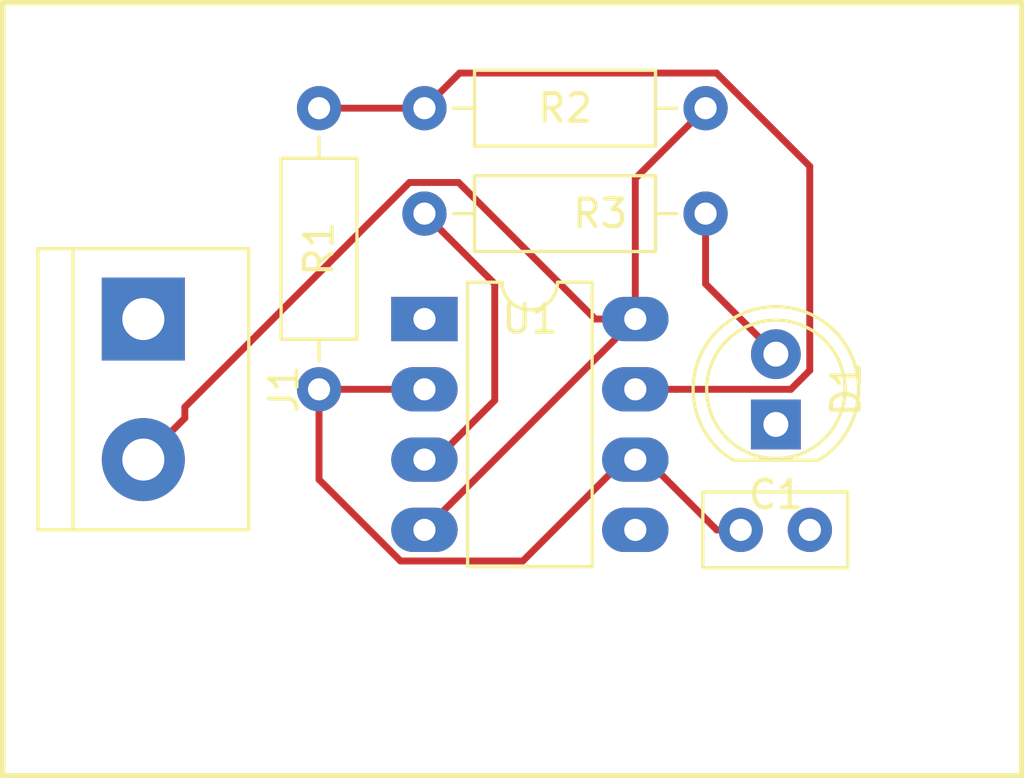
<source format=kicad_pcb>
(kicad_pcb (version 20171130) (host pcbnew 5.0.2-bee76a0~70~ubuntu18.04.1)

  (general
    (thickness 1.6)
    (drawings 4)
    (tracks 34)
    (zones 0)
    (modules 11)
    (nets 8)
  )

  (page A4)
  (layers
    (0 F.Cu signal)
    (31 B.Cu signal)
    (32 B.Adhes user)
    (33 F.Adhes user)
    (34 B.Paste user)
    (35 F.Paste user)
    (36 B.SilkS user)
    (37 F.SilkS user)
    (38 B.Mask user)
    (39 F.Mask user)
    (40 Dwgs.User user)
    (41 Cmts.User user)
    (42 Eco1.User user)
    (43 Eco2.User user)
    (44 Edge.Cuts user)
    (45 Margin user)
    (46 B.CrtYd user)
    (47 F.CrtYd user)
    (48 B.Fab user)
    (49 F.Fab user hide)
  )

  (setup
    (last_trace_width 0.25)
    (user_trace_width 0.5)
    (user_trace_width 1)
    (user_trace_width 2)
    (trace_clearance 0.2)
    (zone_clearance 0.508)
    (zone_45_only no)
    (trace_min 0.2)
    (segment_width 0.2)
    (edge_width 0.15)
    (via_size 0.8)
    (via_drill 0.4)
    (via_min_size 0.4)
    (via_min_drill 0.3)
    (uvia_size 0.3)
    (uvia_drill 0.1)
    (uvias_allowed no)
    (uvia_min_size 0.2)
    (uvia_min_drill 0.1)
    (pcb_text_width 0.3)
    (pcb_text_size 1.5 1.5)
    (mod_edge_width 0.15)
    (mod_text_size 1 1)
    (mod_text_width 0.15)
    (pad_size 1.524 1.524)
    (pad_drill 0.762)
    (pad_to_mask_clearance 0.051)
    (solder_mask_min_width 0.25)
    (aux_axis_origin 0 0)
    (visible_elements FFFFFF7F)
    (pcbplotparams
      (layerselection 0x010fc_ffffffff)
      (usegerberextensions false)
      (usegerberattributes false)
      (usegerberadvancedattributes false)
      (creategerberjobfile false)
      (excludeedgelayer true)
      (linewidth 0.100000)
      (plotframeref false)
      (viasonmask false)
      (mode 1)
      (useauxorigin false)
      (hpglpennumber 1)
      (hpglpenspeed 20)
      (hpglpendiameter 15.000000)
      (psnegative false)
      (psa4output false)
      (plotreference true)
      (plotvalue true)
      (plotinvisibletext false)
      (padsonsilk false)
      (subtractmaskfromsilk false)
      (outputformat 1)
      (mirror false)
      (drillshape 1)
      (scaleselection 1)
      (outputdirectory ""))
  )

  (net 0 "")
  (net 1 "Net-(C1-Pad1)")
  (net 2 GND)
  (net 3 "Net-(D1-Pad2)")
  (net 4 +9V)
  (net 5 1)
  (net 6 "Net-(R3-Pad2)")
  (net 7 "Net-(U1-Pad5)")

  (net_class Default "This is the default net class."
    (clearance 0.2)
    (trace_width 0.25)
    (via_dia 0.8)
    (via_drill 0.4)
    (uvia_dia 0.3)
    (uvia_drill 0.1)
    (add_net +9V)
    (add_net 1)
    (add_net GND)
    (add_net "Net-(C1-Pad1)")
    (add_net "Net-(D1-Pad2)")
    (add_net "Net-(R3-Pad2)")
    (add_net "Net-(U1-Pad5)")
  )

  (module Capacitor_THT:C_Disc_D5.0mm_W2.5mm_P2.50mm (layer F.Cu) (tedit 5AE50EF0) (tstamp 5FC78F3B)
    (at 152.4 90.17)
    (descr "C, Disc series, Radial, pin pitch=2.50mm, , diameter*width=5*2.5mm^2, Capacitor, http://cdn-reichelt.de/documents/datenblatt/B300/DS_KERKO_TC.pdf")
    (tags "C Disc series Radial pin pitch 2.50mm  diameter 5mm width 2.5mm Capacitor")
    (path /5FC64B4E)
    (fp_text reference C1 (at 1.27 -1.27) (layer F.SilkS)
      (effects (font (size 1 1) (thickness 0.15)))
    )
    (fp_text value 1uF (at 1.25 2.5) (layer F.Fab)
      (effects (font (size 1 1) (thickness 0.15)))
    )
    (fp_line (start -1.25 -1.25) (end -1.25 1.25) (layer F.Fab) (width 0.1))
    (fp_line (start -1.25 1.25) (end 3.75 1.25) (layer F.Fab) (width 0.1))
    (fp_line (start 3.75 1.25) (end 3.75 -1.25) (layer F.Fab) (width 0.1))
    (fp_line (start 3.75 -1.25) (end -1.25 -1.25) (layer F.Fab) (width 0.1))
    (fp_line (start -1.37 -1.37) (end 3.87 -1.37) (layer F.SilkS) (width 0.12))
    (fp_line (start -1.37 1.37) (end 3.87 1.37) (layer F.SilkS) (width 0.12))
    (fp_line (start -1.37 -1.37) (end -1.37 1.37) (layer F.SilkS) (width 0.12))
    (fp_line (start 3.87 -1.37) (end 3.87 1.37) (layer F.SilkS) (width 0.12))
    (fp_line (start -1.5 -1.5) (end -1.5 1.5) (layer F.CrtYd) (width 0.05))
    (fp_line (start -1.5 1.5) (end 4 1.5) (layer F.CrtYd) (width 0.05))
    (fp_line (start 4 1.5) (end 4 -1.5) (layer F.CrtYd) (width 0.05))
    (fp_line (start 4 -1.5) (end -1.5 -1.5) (layer F.CrtYd) (width 0.05))
    (fp_text user %R (at 1.25 0) (layer F.Fab)
      (effects (font (size 1 1) (thickness 0.15)))
    )
    (pad 1 thru_hole circle (at 0 0) (size 1.6 1.6) (drill 0.8) (layers *.Cu *.Mask)
      (net 1 "Net-(C1-Pad1)"))
    (pad 2 thru_hole circle (at 2.5 0) (size 1.6 1.6) (drill 0.8) (layers *.Cu *.Mask)
      (net 2 GND))
    (model ${KISYS3DMOD}/Capacitor_THT.3dshapes/C_Disc_D5.0mm_W2.5mm_P2.50mm.wrl
      (at (xyz 0 0 0))
      (scale (xyz 1 1 1))
      (rotate (xyz 0 0 0))
    )
  )

  (module LED_THT:LED_D5.0mm (layer F.Cu) (tedit 5995936A) (tstamp 5FC78F4D)
    (at 153.67 86.36 90)
    (descr "LED, diameter 5.0mm, 2 pins, http://cdn-reichelt.de/documents/datenblatt/A500/LL-504BC2E-009.pdf")
    (tags "LED diameter 5.0mm 2 pins")
    (path /5FC64A75)
    (fp_text reference D1 (at 1.27 2.54 90) (layer F.SilkS)
      (effects (font (size 1 1) (thickness 0.15)))
    )
    (fp_text value LED (at 1.27 3.96 90) (layer F.Fab)
      (effects (font (size 1 1) (thickness 0.15)))
    )
    (fp_arc (start 1.27 0) (end -1.23 -1.469694) (angle 299.1) (layer F.Fab) (width 0.1))
    (fp_arc (start 1.27 0) (end -1.29 -1.54483) (angle 148.9) (layer F.SilkS) (width 0.12))
    (fp_arc (start 1.27 0) (end -1.29 1.54483) (angle -148.9) (layer F.SilkS) (width 0.12))
    (fp_circle (center 1.27 0) (end 3.77 0) (layer F.Fab) (width 0.1))
    (fp_circle (center 1.27 0) (end 3.77 0) (layer F.SilkS) (width 0.12))
    (fp_line (start -1.23 -1.469694) (end -1.23 1.469694) (layer F.Fab) (width 0.1))
    (fp_line (start -1.29 -1.545) (end -1.29 1.545) (layer F.SilkS) (width 0.12))
    (fp_line (start -1.95 -3.25) (end -1.95 3.25) (layer F.CrtYd) (width 0.05))
    (fp_line (start -1.95 3.25) (end 4.5 3.25) (layer F.CrtYd) (width 0.05))
    (fp_line (start 4.5 3.25) (end 4.5 -3.25) (layer F.CrtYd) (width 0.05))
    (fp_line (start 4.5 -3.25) (end -1.95 -3.25) (layer F.CrtYd) (width 0.05))
    (fp_text user %R (at 1.25 0 90) (layer F.Fab)
      (effects (font (size 0.8 0.8) (thickness 0.2)))
    )
    (pad 1 thru_hole rect (at 0 0 90) (size 1.8 1.8) (drill 0.9) (layers *.Cu *.Mask)
      (net 2 GND))
    (pad 2 thru_hole circle (at 2.54 0 90) (size 1.8 1.8) (drill 0.9) (layers *.Cu *.Mask)
      (net 3 "Net-(D1-Pad2)"))
    (model ${KISYS3DMOD}/LED_THT.3dshapes/LED_D5.0mm.wrl
      (at (xyz 0 0 0))
      (scale (xyz 1 1 1))
      (rotate (xyz 0 0 0))
    )
  )

  (module TerminalBlock:TerminalBlock_bornier-2_P5.08mm (layer F.Cu) (tedit 59FF03AB) (tstamp 5FC78F62)
    (at 130.81 82.55 270)
    (descr "simple 2-pin terminal block, pitch 5.08mm, revamped version of bornier2")
    (tags "terminal block bornier2")
    (path /5FC65C32)
    (fp_text reference J1 (at 2.54 -5.08 270) (layer F.SilkS)
      (effects (font (size 1 1) (thickness 0.15)))
    )
    (fp_text value Screw_Terminal_01x02 (at 2.54 5.08 270) (layer F.Fab)
      (effects (font (size 1 1) (thickness 0.15)))
    )
    (fp_text user %R (at 2.54 0 270) (layer F.Fab)
      (effects (font (size 1 1) (thickness 0.15)))
    )
    (fp_line (start -2.41 2.55) (end 7.49 2.55) (layer F.Fab) (width 0.1))
    (fp_line (start -2.46 -3.75) (end -2.46 3.75) (layer F.Fab) (width 0.1))
    (fp_line (start -2.46 3.75) (end 7.54 3.75) (layer F.Fab) (width 0.1))
    (fp_line (start 7.54 3.75) (end 7.54 -3.75) (layer F.Fab) (width 0.1))
    (fp_line (start 7.54 -3.75) (end -2.46 -3.75) (layer F.Fab) (width 0.1))
    (fp_line (start 7.62 2.54) (end -2.54 2.54) (layer F.SilkS) (width 0.12))
    (fp_line (start 7.62 3.81) (end 7.62 -3.81) (layer F.SilkS) (width 0.12))
    (fp_line (start 7.62 -3.81) (end -2.54 -3.81) (layer F.SilkS) (width 0.12))
    (fp_line (start -2.54 -3.81) (end -2.54 3.81) (layer F.SilkS) (width 0.12))
    (fp_line (start -2.54 3.81) (end 7.62 3.81) (layer F.SilkS) (width 0.12))
    (fp_line (start -2.71 -4) (end 7.79 -4) (layer F.CrtYd) (width 0.05))
    (fp_line (start -2.71 -4) (end -2.71 4) (layer F.CrtYd) (width 0.05))
    (fp_line (start 7.79 4) (end 7.79 -4) (layer F.CrtYd) (width 0.05))
    (fp_line (start 7.79 4) (end -2.71 4) (layer F.CrtYd) (width 0.05))
    (pad 1 thru_hole rect (at 0 0 270) (size 3 3) (drill 1.52) (layers *.Cu *.Mask)
      (net 2 GND))
    (pad 2 thru_hole circle (at 5.08 0 270) (size 3 3) (drill 1.52) (layers *.Cu *.Mask)
      (net 4 +9V))
    (model ${KISYS3DMOD}/TerminalBlock.3dshapes/TerminalBlock_bornier-2_P5.08mm.wrl
      (offset (xyz 2.539999961853027 0 0))
      (scale (xyz 1 1 1))
      (rotate (xyz 0 0 0))
    )
  )

  (module Resistor_THT:R_Axial_DIN0207_L6.3mm_D2.5mm_P10.16mm_Horizontal (layer F.Cu) (tedit 5AE5139B) (tstamp 5FC78F79)
    (at 137.16 74.93 270)
    (descr "Resistor, Axial_DIN0207 series, Axial, Horizontal, pin pitch=10.16mm, 0.25W = 1/4W, length*diameter=6.3*2.5mm^2, http://cdn-reichelt.de/documents/datenblatt/B400/1_4W%23YAG.pdf")
    (tags "Resistor Axial_DIN0207 series Axial Horizontal pin pitch 10.16mm 0.25W = 1/4W length 6.3mm diameter 2.5mm")
    (path /5FC649ED)
    (fp_text reference R1 (at 5.08 0 270) (layer F.SilkS)
      (effects (font (size 1 1) (thickness 0.15)))
    )
    (fp_text value 470k (at 5.08 2.37 270) (layer F.Fab)
      (effects (font (size 1 1) (thickness 0.15)))
    )
    (fp_text user %R (at 5.08 0 270) (layer F.Fab)
      (effects (font (size 1 1) (thickness 0.15)))
    )
    (fp_line (start 11.21 -1.5) (end -1.05 -1.5) (layer F.CrtYd) (width 0.05))
    (fp_line (start 11.21 1.5) (end 11.21 -1.5) (layer F.CrtYd) (width 0.05))
    (fp_line (start -1.05 1.5) (end 11.21 1.5) (layer F.CrtYd) (width 0.05))
    (fp_line (start -1.05 -1.5) (end -1.05 1.5) (layer F.CrtYd) (width 0.05))
    (fp_line (start 9.12 0) (end 8.35 0) (layer F.SilkS) (width 0.12))
    (fp_line (start 1.04 0) (end 1.81 0) (layer F.SilkS) (width 0.12))
    (fp_line (start 8.35 -1.37) (end 1.81 -1.37) (layer F.SilkS) (width 0.12))
    (fp_line (start 8.35 1.37) (end 8.35 -1.37) (layer F.SilkS) (width 0.12))
    (fp_line (start 1.81 1.37) (end 8.35 1.37) (layer F.SilkS) (width 0.12))
    (fp_line (start 1.81 -1.37) (end 1.81 1.37) (layer F.SilkS) (width 0.12))
    (fp_line (start 10.16 0) (end 8.23 0) (layer F.Fab) (width 0.1))
    (fp_line (start 0 0) (end 1.93 0) (layer F.Fab) (width 0.1))
    (fp_line (start 8.23 -1.25) (end 1.93 -1.25) (layer F.Fab) (width 0.1))
    (fp_line (start 8.23 1.25) (end 8.23 -1.25) (layer F.Fab) (width 0.1))
    (fp_line (start 1.93 1.25) (end 8.23 1.25) (layer F.Fab) (width 0.1))
    (fp_line (start 1.93 -1.25) (end 1.93 1.25) (layer F.Fab) (width 0.1))
    (pad 2 thru_hole oval (at 10.16 0 270) (size 1.6 1.6) (drill 0.8) (layers *.Cu *.Mask)
      (net 1 "Net-(C1-Pad1)"))
    (pad 1 thru_hole circle (at 0 0 270) (size 1.6 1.6) (drill 0.8) (layers *.Cu *.Mask)
      (net 5 1))
    (model ${KISYS3DMOD}/Resistor_THT.3dshapes/R_Axial_DIN0207_L6.3mm_D2.5mm_P10.16mm_Horizontal.wrl
      (at (xyz 0 0 0))
      (scale (xyz 1 1 1))
      (rotate (xyz 0 0 0))
    )
  )

  (module Resistor_THT:R_Axial_DIN0207_L6.3mm_D2.5mm_P10.16mm_Horizontal (layer F.Cu) (tedit 5AE5139B) (tstamp 5FC78F90)
    (at 151.13 74.93 180)
    (descr "Resistor, Axial_DIN0207 series, Axial, Horizontal, pin pitch=10.16mm, 0.25W = 1/4W, length*diameter=6.3*2.5mm^2, http://cdn-reichelt.de/documents/datenblatt/B400/1_4W%23YAG.pdf")
    (tags "Resistor Axial_DIN0207 series Axial Horizontal pin pitch 10.16mm 0.25W = 1/4W length 6.3mm diameter 2.5mm")
    (path /5FC6467B)
    (fp_text reference R2 (at 5.08 0) (layer F.SilkS)
      (effects (font (size 1 1) (thickness 0.15)))
    )
    (fp_text value 1k (at 5.08 2.37 180) (layer F.Fab)
      (effects (font (size 1 1) (thickness 0.15)))
    )
    (fp_line (start 1.93 -1.25) (end 1.93 1.25) (layer F.Fab) (width 0.1))
    (fp_line (start 1.93 1.25) (end 8.23 1.25) (layer F.Fab) (width 0.1))
    (fp_line (start 8.23 1.25) (end 8.23 -1.25) (layer F.Fab) (width 0.1))
    (fp_line (start 8.23 -1.25) (end 1.93 -1.25) (layer F.Fab) (width 0.1))
    (fp_line (start 0 0) (end 1.93 0) (layer F.Fab) (width 0.1))
    (fp_line (start 10.16 0) (end 8.23 0) (layer F.Fab) (width 0.1))
    (fp_line (start 1.81 -1.37) (end 1.81 1.37) (layer F.SilkS) (width 0.12))
    (fp_line (start 1.81 1.37) (end 8.35 1.37) (layer F.SilkS) (width 0.12))
    (fp_line (start 8.35 1.37) (end 8.35 -1.37) (layer F.SilkS) (width 0.12))
    (fp_line (start 8.35 -1.37) (end 1.81 -1.37) (layer F.SilkS) (width 0.12))
    (fp_line (start 1.04 0) (end 1.81 0) (layer F.SilkS) (width 0.12))
    (fp_line (start 9.12 0) (end 8.35 0) (layer F.SilkS) (width 0.12))
    (fp_line (start -1.05 -1.5) (end -1.05 1.5) (layer F.CrtYd) (width 0.05))
    (fp_line (start -1.05 1.5) (end 11.21 1.5) (layer F.CrtYd) (width 0.05))
    (fp_line (start 11.21 1.5) (end 11.21 -1.5) (layer F.CrtYd) (width 0.05))
    (fp_line (start 11.21 -1.5) (end -1.05 -1.5) (layer F.CrtYd) (width 0.05))
    (fp_text user %R (at 5.08 0 180) (layer F.Fab)
      (effects (font (size 1 1) (thickness 0.15)))
    )
    (pad 1 thru_hole circle (at 0 0 180) (size 1.6 1.6) (drill 0.8) (layers *.Cu *.Mask)
      (net 4 +9V))
    (pad 2 thru_hole oval (at 10.16 0 180) (size 1.6 1.6) (drill 0.8) (layers *.Cu *.Mask)
      (net 5 1))
    (model ${KISYS3DMOD}/Resistor_THT.3dshapes/R_Axial_DIN0207_L6.3mm_D2.5mm_P10.16mm_Horizontal.wrl
      (at (xyz 0 0 0))
      (scale (xyz 1 1 1))
      (rotate (xyz 0 0 0))
    )
  )

  (module Resistor_THT:R_Axial_DIN0207_L6.3mm_D2.5mm_P10.16mm_Horizontal (layer F.Cu) (tedit 5AE5139B) (tstamp 5FC78FA7)
    (at 151.13 78.74 180)
    (descr "Resistor, Axial_DIN0207 series, Axial, Horizontal, pin pitch=10.16mm, 0.25W = 1/4W, length*diameter=6.3*2.5mm^2, http://cdn-reichelt.de/documents/datenblatt/B400/1_4W%23YAG.pdf")
    (tags "Resistor Axial_DIN0207 series Axial Horizontal pin pitch 10.16mm 0.25W = 1/4W length 6.3mm diameter 2.5mm")
    (path /5FC64A13)
    (fp_text reference R3 (at 3.81 0 180) (layer F.SilkS)
      (effects (font (size 1 1) (thickness 0.15)))
    )
    (fp_text value 1k (at 5.08 2.37 180) (layer F.Fab)
      (effects (font (size 1 1) (thickness 0.15)))
    )
    (fp_line (start 1.93 -1.25) (end 1.93 1.25) (layer F.Fab) (width 0.1))
    (fp_line (start 1.93 1.25) (end 8.23 1.25) (layer F.Fab) (width 0.1))
    (fp_line (start 8.23 1.25) (end 8.23 -1.25) (layer F.Fab) (width 0.1))
    (fp_line (start 8.23 -1.25) (end 1.93 -1.25) (layer F.Fab) (width 0.1))
    (fp_line (start 0 0) (end 1.93 0) (layer F.Fab) (width 0.1))
    (fp_line (start 10.16 0) (end 8.23 0) (layer F.Fab) (width 0.1))
    (fp_line (start 1.81 -1.37) (end 1.81 1.37) (layer F.SilkS) (width 0.12))
    (fp_line (start 1.81 1.37) (end 8.35 1.37) (layer F.SilkS) (width 0.12))
    (fp_line (start 8.35 1.37) (end 8.35 -1.37) (layer F.SilkS) (width 0.12))
    (fp_line (start 8.35 -1.37) (end 1.81 -1.37) (layer F.SilkS) (width 0.12))
    (fp_line (start 1.04 0) (end 1.81 0) (layer F.SilkS) (width 0.12))
    (fp_line (start 9.12 0) (end 8.35 0) (layer F.SilkS) (width 0.12))
    (fp_line (start -1.05 -1.5) (end -1.05 1.5) (layer F.CrtYd) (width 0.05))
    (fp_line (start -1.05 1.5) (end 11.21 1.5) (layer F.CrtYd) (width 0.05))
    (fp_line (start 11.21 1.5) (end 11.21 -1.5) (layer F.CrtYd) (width 0.05))
    (fp_line (start 11.21 -1.5) (end -1.05 -1.5) (layer F.CrtYd) (width 0.05))
    (fp_text user %R (at 5.08 0 180) (layer F.Fab)
      (effects (font (size 1 1) (thickness 0.15)))
    )
    (pad 1 thru_hole circle (at 0 0 180) (size 1.6 1.6) (drill 0.8) (layers *.Cu *.Mask)
      (net 3 "Net-(D1-Pad2)"))
    (pad 2 thru_hole oval (at 10.16 0 180) (size 1.6 1.6) (drill 0.8) (layers *.Cu *.Mask)
      (net 6 "Net-(R3-Pad2)"))
    (model ${KISYS3DMOD}/Resistor_THT.3dshapes/R_Axial_DIN0207_L6.3mm_D2.5mm_P10.16mm_Horizontal.wrl
      (at (xyz 0 0 0))
      (scale (xyz 1 1 1))
      (rotate (xyz 0 0 0))
    )
  )

  (module Package_DIP:DIP-8_W7.62mm_LongPads (layer F.Cu) (tedit 5A02E8C5) (tstamp 5FC78FC3)
    (at 140.97 82.55)
    (descr "8-lead though-hole mounted DIP package, row spacing 7.62 mm (300 mils), LongPads")
    (tags "THT DIP DIL PDIP 2.54mm 7.62mm 300mil LongPads")
    (path /5FC644BB)
    (fp_text reference U1 (at 3.81 0) (layer F.SilkS)
      (effects (font (size 1 1) (thickness 0.15)))
    )
    (fp_text value LM555 (at 3.81 9.95) (layer F.Fab)
      (effects (font (size 1 1) (thickness 0.15)))
    )
    (fp_arc (start 3.81 -1.33) (end 2.81 -1.33) (angle -180) (layer F.SilkS) (width 0.12))
    (fp_line (start 1.635 -1.27) (end 6.985 -1.27) (layer F.Fab) (width 0.1))
    (fp_line (start 6.985 -1.27) (end 6.985 8.89) (layer F.Fab) (width 0.1))
    (fp_line (start 6.985 8.89) (end 0.635 8.89) (layer F.Fab) (width 0.1))
    (fp_line (start 0.635 8.89) (end 0.635 -0.27) (layer F.Fab) (width 0.1))
    (fp_line (start 0.635 -0.27) (end 1.635 -1.27) (layer F.Fab) (width 0.1))
    (fp_line (start 2.81 -1.33) (end 1.56 -1.33) (layer F.SilkS) (width 0.12))
    (fp_line (start 1.56 -1.33) (end 1.56 8.95) (layer F.SilkS) (width 0.12))
    (fp_line (start 1.56 8.95) (end 6.06 8.95) (layer F.SilkS) (width 0.12))
    (fp_line (start 6.06 8.95) (end 6.06 -1.33) (layer F.SilkS) (width 0.12))
    (fp_line (start 6.06 -1.33) (end 4.81 -1.33) (layer F.SilkS) (width 0.12))
    (fp_line (start -1.45 -1.55) (end -1.45 9.15) (layer F.CrtYd) (width 0.05))
    (fp_line (start -1.45 9.15) (end 9.1 9.15) (layer F.CrtYd) (width 0.05))
    (fp_line (start 9.1 9.15) (end 9.1 -1.55) (layer F.CrtYd) (width 0.05))
    (fp_line (start 9.1 -1.55) (end -1.45 -1.55) (layer F.CrtYd) (width 0.05))
    (fp_text user %R (at 3.81 3.81) (layer F.Fab)
      (effects (font (size 1 1) (thickness 0.15)))
    )
    (pad 1 thru_hole rect (at 0 0) (size 2.4 1.6) (drill 0.8) (layers *.Cu *.Mask)
      (net 2 GND))
    (pad 5 thru_hole oval (at 7.62 7.62) (size 2.4 1.6) (drill 0.8) (layers *.Cu *.Mask)
      (net 7 "Net-(U1-Pad5)"))
    (pad 2 thru_hole oval (at 0 2.54) (size 2.4 1.6) (drill 0.8) (layers *.Cu *.Mask)
      (net 1 "Net-(C1-Pad1)"))
    (pad 6 thru_hole oval (at 7.62 5.08) (size 2.4 1.6) (drill 0.8) (layers *.Cu *.Mask)
      (net 1 "Net-(C1-Pad1)"))
    (pad 3 thru_hole oval (at 0 5.08) (size 2.4 1.6) (drill 0.8) (layers *.Cu *.Mask)
      (net 6 "Net-(R3-Pad2)"))
    (pad 7 thru_hole oval (at 7.62 2.54) (size 2.4 1.6) (drill 0.8) (layers *.Cu *.Mask)
      (net 5 1))
    (pad 4 thru_hole oval (at 0 7.62) (size 2.4 1.6) (drill 0.8) (layers *.Cu *.Mask)
      (net 4 +9V))
    (pad 8 thru_hole oval (at 7.62 0) (size 2.4 1.6) (drill 0.8) (layers *.Cu *.Mask)
      (net 4 +9V))
    (model ${KISYS3DMOD}/Package_DIP.3dshapes/DIP-8_W7.62mm.wrl
      (at (xyz 0 0 0))
      (scale (xyz 1 1 1))
      (rotate (xyz 0 0 0))
    )
  )

  (module MountingHole:MountingHole_3.2mm_M3 (layer F.Cu) (tedit 5FC7DDCA) (tstamp 5FD445E6)
    (at 130.81 74.93)
    (descr "Mounting Hole 3.2mm, no annular, M3")
    (tags "mounting hole 3.2mm no annular m3")
    (attr virtual)
    (fp_text reference REF** (at 0 -4.2) (layer F.SilkS) hide
      (effects (font (size 1 1) (thickness 0.15)))
    )
    (fp_text value MountingHole_3.2mm_M3 (at 0 4.2) (layer F.Fab)
      (effects (font (size 1 1) (thickness 0.15)))
    )
    (fp_circle (center 0 0) (end 3.45 0) (layer F.CrtYd) (width 0.05))
    (fp_circle (center 0 0) (end 3.2 0) (layer Cmts.User) (width 0.15))
    (fp_text user %R (at 0.3 0) (layer F.Fab)
      (effects (font (size 1 1) (thickness 0.15)))
    )
    (pad 1 np_thru_hole circle (at 0 0) (size 3.2 3.2) (drill 3.2) (layers *.Cu *.Mask))
  )

  (module MountingHole:MountingHole_3.2mm_M3 (layer F.Cu) (tedit 5FC7DDD0) (tstamp 5FD4460C)
    (at 130.81 95.25)
    (descr "Mounting Hole 3.2mm, no annular, M3")
    (tags "mounting hole 3.2mm no annular m3")
    (attr virtual)
    (fp_text reference REF** (at 0 -4.2) (layer F.SilkS) hide
      (effects (font (size 1 1) (thickness 0.15)))
    )
    (fp_text value MountingHole_3.2mm_M3 (at 0 4.2) (layer F.Fab)
      (effects (font (size 1 1) (thickness 0.15)))
    )
    (fp_circle (center 0 0) (end 3.45 0) (layer F.CrtYd) (width 0.05))
    (fp_circle (center 0 0) (end 3.2 0) (layer Cmts.User) (width 0.15))
    (fp_text user %R (at 0.3 0) (layer F.Fab)
      (effects (font (size 1 1) (thickness 0.15)))
    )
    (pad 1 np_thru_hole circle (at 0 0) (size 3.2 3.2) (drill 3.2) (layers *.Cu *.Mask))
  )

  (module MountingHole:MountingHole_3.2mm_M3 (layer F.Cu) (tedit 5FC7DDD5) (tstamp 5FD4461B)
    (at 158.75 95.25)
    (descr "Mounting Hole 3.2mm, no annular, M3")
    (tags "mounting hole 3.2mm no annular m3")
    (attr virtual)
    (fp_text reference REF** (at 0 -4.2) (layer F.SilkS) hide
      (effects (font (size 1 1) (thickness 0.15)))
    )
    (fp_text value MountingHole_3.2mm_M3 (at 0 4.2) (layer F.Fab)
      (effects (font (size 1 1) (thickness 0.15)))
    )
    (fp_circle (center 0 0) (end 3.45 0) (layer F.CrtYd) (width 0.05))
    (fp_circle (center 0 0) (end 3.2 0) (layer Cmts.User) (width 0.15))
    (fp_text user %R (at 0.3 0) (layer F.Fab)
      (effects (font (size 1 1) (thickness 0.15)))
    )
    (pad 1 np_thru_hole circle (at 0 0) (size 3.2 3.2) (drill 3.2) (layers *.Cu *.Mask))
  )

  (module MountingHole:MountingHole_3.2mm_M3 (layer F.Cu) (tedit 5FC7DDDB) (tstamp 5FD4462A)
    (at 158.75 74.93)
    (descr "Mounting Hole 3.2mm, no annular, M3")
    (tags "mounting hole 3.2mm no annular m3")
    (attr virtual)
    (fp_text reference REF** (at 0 -4.2) (layer F.SilkS) hide
      (effects (font (size 1 1) (thickness 0.15)))
    )
    (fp_text value MountingHole_3.2mm_M3 (at 0 4.2) (layer F.Fab)
      (effects (font (size 1 1) (thickness 0.15)))
    )
    (fp_circle (center 0 0) (end 3.45 0) (layer F.CrtYd) (width 0.05))
    (fp_circle (center 0 0) (end 3.2 0) (layer Cmts.User) (width 0.15))
    (fp_text user %R (at 0.3 0) (layer F.Fab)
      (effects (font (size 1 1) (thickness 0.15)))
    )
    (pad 1 np_thru_hole circle (at 0 0) (size 3.2 3.2) (drill 3.2) (layers *.Cu *.Mask))
  )

  (gr_line (start 125.73 71.12) (end 162.56 71.12) (layer F.SilkS) (width 0.2))
  (gr_line (start 125.73 99.06) (end 125.73 71.12) (layer F.SilkS) (width 0.2))
  (gr_line (start 162.56 99.06) (end 125.73 99.06) (layer F.SilkS) (width 0.2))
  (gr_line (start 162.56 71.12) (end 162.56 99.06) (layer F.SilkS) (width 0.2))

  (segment (start 140.97 85.09) (end 141.37 85.09) (width 0.25) (layer F.Cu) (net 1))
  (segment (start 151.53 90.17) (end 152.4 90.17) (width 0.25) (layer F.Cu) (net 1))
  (segment (start 148.99 87.63) (end 151.53 90.17) (width 0.25) (layer F.Cu) (net 1))
  (segment (start 148.59 87.63) (end 148.99 87.63) (width 0.25) (layer F.Cu) (net 1))
  (segment (start 137.16 86.22137) (end 137.16 85.09) (width 0.25) (layer F.Cu) (net 1))
  (segment (start 144.52499 91.29501) (end 140.104006 91.29501) (width 0.25) (layer F.Cu) (net 1))
  (segment (start 137.16 88.351004) (end 137.16 86.22137) (width 0.25) (layer F.Cu) (net 1))
  (segment (start 148.19 87.63) (end 144.52499 91.29501) (width 0.25) (layer F.Cu) (net 1))
  (segment (start 140.104006 91.29501) (end 137.16 88.351004) (width 0.25) (layer F.Cu) (net 1))
  (segment (start 148.59 87.63) (end 148.19 87.63) (width 0.25) (layer F.Cu) (net 1))
  (segment (start 137.16 85.09) (end 140.97 85.09) (width 0.25) (layer F.Cu) (net 1))
  (segment (start 151.13 81.28) (end 153.67 83.82) (width 0.25) (layer F.Cu) (net 3))
  (segment (start 151.13 78.74) (end 151.13 81.28) (width 0.25) (layer F.Cu) (net 3))
  (segment (start 140.97 90.17) (end 148.59 82.55) (width 0.25) (layer F.Cu) (net 4))
  (segment (start 148.59 77.47) (end 148.59 82.55) (width 0.25) (layer F.Cu) (net 4))
  (segment (start 151.13 74.93) (end 148.59 77.47) (width 0.25) (layer F.Cu) (net 4))
  (segment (start 147.14 82.55) (end 148.59 82.55) (width 0.25) (layer F.Cu) (net 4))
  (segment (start 142.204999 77.614999) (end 147.14 82.55) (width 0.25) (layer F.Cu) (net 4))
  (segment (start 132.309999 85.734999) (end 140.429999 77.614999) (width 0.25) (layer F.Cu) (net 4))
  (segment (start 132.309999 86.130001) (end 132.309999 85.734999) (width 0.25) (layer F.Cu) (net 4))
  (segment (start 140.429999 77.614999) (end 142.204999 77.614999) (width 0.25) (layer F.Cu) (net 4))
  (segment (start 130.81 87.63) (end 132.309999 86.130001) (width 0.25) (layer F.Cu) (net 4))
  (segment (start 137.16 74.93) (end 140.97 74.93) (width 0.25) (layer F.Cu) (net 5))
  (segment (start 154.213002 85.09) (end 150.04 85.09) (width 0.25) (layer F.Cu) (net 5))
  (segment (start 154.895001 84.408001) (end 154.213002 85.09) (width 0.25) (layer F.Cu) (net 5))
  (segment (start 154.895001 77.029999) (end 154.895001 84.408001) (width 0.25) (layer F.Cu) (net 5))
  (segment (start 150.04 85.09) (end 148.59 85.09) (width 0.25) (layer F.Cu) (net 5))
  (segment (start 151.525002 73.66) (end 154.895001 77.029999) (width 0.25) (layer F.Cu) (net 5))
  (segment (start 142.24 73.66) (end 151.525002 73.66) (width 0.25) (layer F.Cu) (net 5))
  (segment (start 140.97 74.93) (end 142.24 73.66) (width 0.25) (layer F.Cu) (net 5))
  (segment (start 141.37 87.63) (end 143.51 85.49) (width 0.25) (layer F.Cu) (net 6))
  (segment (start 140.97 87.63) (end 141.37 87.63) (width 0.25) (layer F.Cu) (net 6))
  (segment (start 143.51 81.28) (end 140.97 78.74) (width 0.25) (layer F.Cu) (net 6))
  (segment (start 143.51 85.49) (end 143.51 81.28) (width 0.25) (layer F.Cu) (net 6))

)

</source>
